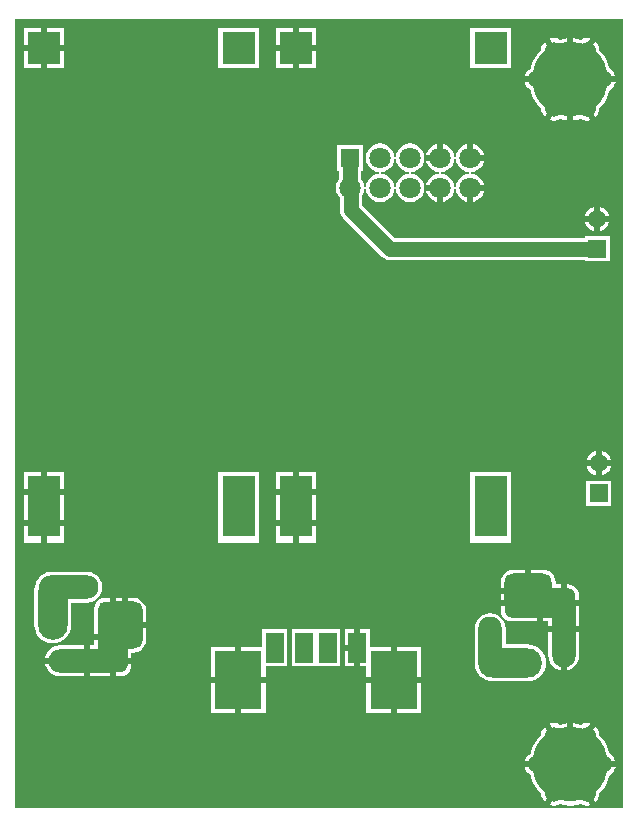
<source format=gbl>
%FSAX25Y25*%
%MOIN*%
G70*
G01*
G75*
G04 Layer_Physical_Order=2*
G04 Layer_Color=16711680*
%ADD10R,0.07480X0.08071*%
%ADD11R,0.05118X0.04331*%
%ADD12R,0.12402X0.08858*%
%ADD13C,0.10000*%
%ADD14C,0.05000*%
%ADD15R,0.11024X0.11024*%
G04:AMPARAMS|DCode=16|XSize=236.22mil|YSize=98.43mil|CornerRadius=24.61mil|HoleSize=0mil|Usage=FLASHONLY|Rotation=270.000|XOffset=0mil|YOffset=0mil|HoleType=Round|Shape=RoundedRectangle|*
%AMROUNDEDRECTD16*
21,1,0.23622,0.04921,0,0,270.0*
21,1,0.18701,0.09843,0,0,270.0*
1,1,0.04921,-0.02461,-0.09350*
1,1,0.04921,-0.02461,0.09350*
1,1,0.04921,0.02461,0.09350*
1,1,0.04921,0.02461,-0.09350*
%
%ADD16ROUNDEDRECTD16*%
%ADD17O,0.09843X0.21260*%
%ADD18O,0.19685X0.07874*%
G04:AMPARAMS|DCode=19|XSize=157.48mil|YSize=118.11mil|CornerRadius=29.53mil|HoleSize=0mil|Usage=FLASHONLY|Rotation=270.000|XOffset=0mil|YOffset=0mil|HoleType=Round|Shape=RoundedRectangle|*
%AMROUNDEDRECTD19*
21,1,0.15748,0.05906,0,0,270.0*
21,1,0.09843,0.11811,0,0,270.0*
1,1,0.05906,-0.02953,-0.04921*
1,1,0.05906,-0.02953,0.04921*
1,1,0.05906,0.02953,0.04921*
1,1,0.05906,0.02953,-0.04921*
%
%ADD19ROUNDEDRECTD19*%
%ADD20O,0.25590X0.07874*%
G04:AMPARAMS|DCode=21|XSize=236.22mil|YSize=98.43mil|CornerRadius=24.61mil|HoleSize=0mil|Usage=FLASHONLY|Rotation=0.000|XOffset=0mil|YOffset=0mil|HoleType=Round|Shape=RoundedRectangle|*
%AMROUNDEDRECTD21*
21,1,0.23622,0.04921,0,0,0.0*
21,1,0.18701,0.09843,0,0,0.0*
1,1,0.04921,0.09350,-0.02461*
1,1,0.04921,-0.09350,-0.02461*
1,1,0.04921,-0.09350,0.02461*
1,1,0.04921,0.09350,0.02461*
%
%ADD21ROUNDEDRECTD21*%
%ADD22O,0.21260X0.09843*%
%ADD23O,0.07874X0.19685*%
G04:AMPARAMS|DCode=24|XSize=157.48mil|YSize=118.11mil|CornerRadius=29.53mil|HoleSize=0mil|Usage=FLASHONLY|Rotation=0.000|XOffset=0mil|YOffset=0mil|HoleType=Round|Shape=RoundedRectangle|*
%AMROUNDEDRECTD24*
21,1,0.15748,0.05906,0,0,0.0*
21,1,0.09843,0.11811,0,0,0.0*
1,1,0.05906,0.04921,-0.02953*
1,1,0.05906,-0.04921,-0.02953*
1,1,0.05906,-0.04921,0.02953*
1,1,0.05906,0.04921,0.02953*
%
%ADD24ROUNDEDRECTD24*%
%ADD25O,0.07874X0.25590*%
%ADD26R,0.15748X0.19685*%
%ADD27R,0.05906X0.09843*%
%ADD28C,0.06000*%
%ADD29C,0.25000*%
%ADD30R,0.05906X0.05906*%
%ADD31C,0.05906*%
%ADD32R,0.06394X0.06394*%
%ADD33C,0.07087*%
G36*
X0690500Y0222500D02*
X0488000D01*
Y0485500D01*
X0690500D01*
Y0222500D01*
D02*
G37*
%LPC*%
G36*
X0669811Y0290000D02*
X0663937D01*
Y0284847D01*
X0665630D01*
Y0283339D01*
X0669811D01*
Y0290000D01*
D02*
G37*
G36*
X0519500Y0292606D02*
X0518039D01*
X0517084Y0292480D01*
X0516193Y0292111D01*
X0515429Y0291524D01*
X0514842Y0290759D01*
X0514473Y0289869D01*
X0514347Y0288913D01*
Y0280563D01*
X0519500D01*
Y0292606D01*
D02*
G37*
G36*
X0527390Y0292610D02*
X0525437D01*
Y0284500D01*
X0531578D01*
Y0288421D01*
X0531436Y0289505D01*
X0531017Y0290515D01*
X0530351Y0291383D01*
X0529484Y0292049D01*
X0528474Y0292467D01*
X0527390Y0292610D01*
D02*
G37*
G36*
X0675992Y0290000D02*
X0671811D01*
Y0283339D01*
X0675992D01*
Y0290000D01*
D02*
G37*
G36*
X0523437Y0292610D02*
X0521500D01*
Y0279563D01*
Y0272689D01*
X0526653D01*
Y0274390D01*
X0527390D01*
X0528474Y0274533D01*
X0529484Y0274951D01*
X0530351Y0275617D01*
X0531017Y0276484D01*
X0531436Y0277495D01*
X0531578Y0278579D01*
Y0282500D01*
X0524437D01*
Y0283500D01*
X0523437D01*
Y0292610D01*
D02*
G37*
G36*
X0519500Y0278563D02*
X0514347D01*
Y0276870D01*
X0512839D01*
Y0272689D01*
X0519500D01*
Y0278563D01*
D02*
G37*
G36*
X0511839Y0301280D02*
X0500028D01*
X0498687Y0301103D01*
X0497437Y0300586D01*
X0496364Y0299762D01*
X0495904Y0299163D01*
X0495386Y0298531D01*
X0494817Y0297468D01*
X0494467Y0296314D01*
X0494349Y0295114D01*
Y0283697D01*
X0494467Y0282497D01*
X0494817Y0281343D01*
X0495386Y0280280D01*
X0496151Y0279347D01*
X0497083Y0278583D01*
X0498146Y0278014D01*
X0499300Y0277664D01*
X0500500Y0277546D01*
X0501700Y0277664D01*
X0502854Y0278014D01*
X0503917Y0278583D01*
X0504849Y0279347D01*
X0505614Y0280280D01*
X0506183Y0281343D01*
X0506533Y0282497D01*
X0506651Y0283697D01*
Y0290917D01*
X0511839D01*
X0513180Y0291094D01*
X0514429Y0291611D01*
X0515502Y0292435D01*
X0516326Y0293508D01*
X0516843Y0294757D01*
X0517020Y0296098D01*
X0516843Y0297439D01*
X0516326Y0298689D01*
X0515502Y0299762D01*
X0514429Y0300586D01*
X0513180Y0301103D01*
X0511839Y0301280D01*
D02*
G37*
G36*
X0601059Y0282121D02*
X0597906D01*
Y0277000D01*
X0601059D01*
Y0282121D01*
D02*
G37*
G36*
X0661937Y0290000D02*
X0649894D01*
Y0288539D01*
X0650020Y0287584D01*
X0650389Y0286693D01*
X0650976Y0285929D01*
X0651741Y0285342D01*
X0652631Y0284973D01*
X0653587Y0284847D01*
X0661937D01*
Y0290000D01*
D02*
G37*
G36*
X0569172Y0334680D02*
X0555749D01*
Y0321257D01*
Y0311020D01*
X0569172D01*
Y0321257D01*
Y0334680D01*
D02*
G37*
G36*
X0504212Y0316732D02*
X0498500D01*
Y0311020D01*
X0504212D01*
Y0316732D01*
D02*
G37*
G36*
X0588212D02*
X0582500D01*
Y0311020D01*
X0588212D01*
Y0316732D01*
D02*
G37*
G36*
X0580500D02*
X0574788D01*
Y0311020D01*
X0580500D01*
Y0316732D01*
D02*
G37*
G36*
X0672287Y0297153D02*
X0671811D01*
Y0292000D01*
X0675980D01*
Y0293461D01*
X0675854Y0294416D01*
X0675485Y0295307D01*
X0674898Y0296071D01*
X0674133Y0296658D01*
X0673243Y0297027D01*
X0672287Y0297153D01*
D02*
G37*
G36*
X0663921Y0302078D02*
X0660000D01*
Y0294937D01*
X0659000D01*
Y0293937D01*
X0649890D01*
Y0292000D01*
X0669811D01*
Y0297153D01*
X0668110D01*
Y0297890D01*
X0667967Y0298974D01*
X0667549Y0299984D01*
X0666883Y0300851D01*
X0666015Y0301517D01*
X0665005Y0301936D01*
X0663921Y0302078D01*
D02*
G37*
G36*
X0496500Y0316732D02*
X0490788D01*
Y0311020D01*
X0496500D01*
Y0316732D01*
D02*
G37*
G36*
X0658000Y0302078D02*
X0654079D01*
X0652995Y0301936D01*
X0651985Y0301517D01*
X0651117Y0300851D01*
X0650451Y0299984D01*
X0650033Y0298974D01*
X0649890Y0297890D01*
Y0295937D01*
X0658000D01*
Y0302078D01*
D02*
G37*
G36*
X0510839Y0276870D02*
X0502980D01*
X0501639Y0276694D01*
X0500390Y0276176D01*
X0499317Y0275353D01*
X0498493Y0274280D01*
X0497975Y0273030D01*
X0497931Y0272689D01*
X0510839D01*
Y0276870D01*
D02*
G37*
G36*
X0646402Y0287520D02*
X0645060Y0287343D01*
X0643811Y0286826D01*
X0642738Y0286002D01*
X0641914Y0284929D01*
X0641397Y0283680D01*
X0641220Y0282339D01*
Y0270528D01*
X0641397Y0269186D01*
X0641914Y0267937D01*
X0642738Y0266864D01*
X0643337Y0266404D01*
X0643969Y0265886D01*
X0645032Y0265317D01*
X0646186Y0264967D01*
X0647386Y0264849D01*
X0658803D01*
X0660003Y0264967D01*
X0661157Y0265317D01*
X0662220Y0265886D01*
X0663153Y0266651D01*
X0663917Y0267583D01*
X0664486Y0268646D01*
X0664836Y0269800D01*
X0664954Y0271000D01*
X0664836Y0272200D01*
X0664486Y0273354D01*
X0663917Y0274417D01*
X0663153Y0275349D01*
X0662220Y0276114D01*
X0661157Y0276683D01*
X0660003Y0277033D01*
X0658803Y0277151D01*
X0651583D01*
Y0282339D01*
X0651406Y0283680D01*
X0650889Y0284929D01*
X0650065Y0286002D01*
X0648992Y0286826D01*
X0647743Y0287343D01*
X0646402Y0287520D01*
D02*
G37*
G36*
X0623220Y0264370D02*
X0615146D01*
Y0254328D01*
X0623220D01*
Y0264370D01*
D02*
G37*
G36*
X0578653Y0282121D02*
X0570347D01*
Y0276413D01*
X0563413D01*
Y0266370D01*
X0571487D01*
Y0269879D01*
X0578653D01*
Y0282121D01*
D02*
G37*
G36*
X0561413Y0276413D02*
X0553339D01*
Y0266370D01*
X0561413D01*
Y0276413D01*
D02*
G37*
G36*
Y0264370D02*
X0553339D01*
Y0254328D01*
X0561413D01*
Y0264370D01*
D02*
G37*
G36*
X0678500Y0250916D02*
X0677404Y0250772D01*
X0676508Y0250401D01*
X0675150Y0250727D01*
X0674000Y0250817D01*
Y0237154D01*
X0672000D01*
Y0250817D01*
X0670850Y0250727D01*
X0669492Y0250401D01*
X0668596Y0250772D01*
X0667500Y0250916D01*
X0666404Y0250772D01*
X0666314Y0250734D01*
X0668366Y0247180D01*
X0666634Y0246180D01*
X0664582Y0249734D01*
X0664504Y0249675D01*
X0663831Y0248798D01*
X0663408Y0247776D01*
X0663290Y0246877D01*
X0663283Y0246871D01*
X0661882Y0245231D01*
X0660755Y0243392D01*
X0659930Y0241400D01*
X0659771Y0240737D01*
X0659004Y0240149D01*
X0658331Y0239272D01*
X0657908Y0238250D01*
X0657895Y0238154D01*
X0662000D01*
Y0236154D01*
X0657895D01*
X0657908Y0236057D01*
X0658331Y0235035D01*
X0659004Y0234158D01*
X0659771Y0233570D01*
X0659930Y0232907D01*
X0660755Y0230915D01*
X0661882Y0229076D01*
X0663283Y0227436D01*
X0663290Y0227430D01*
X0663408Y0226531D01*
X0663831Y0225509D01*
X0664504Y0224632D01*
X0664582Y0224572D01*
X0666634Y0228127D01*
X0668366Y0227127D01*
X0666314Y0223572D01*
X0666404Y0223535D01*
X0667500Y0223391D01*
X0668596Y0223535D01*
X0669492Y0223906D01*
X0670850Y0223580D01*
X0673000Y0223411D01*
X0675150Y0223580D01*
X0676508Y0223906D01*
X0677404Y0223535D01*
X0678500Y0223391D01*
X0679596Y0223535D01*
X0679686Y0223572D01*
X0677634Y0227127D01*
X0679366Y0228127D01*
X0681418Y0224572D01*
X0681496Y0224632D01*
X0682169Y0225509D01*
X0682592Y0226531D01*
X0682710Y0227430D01*
X0682717Y0227436D01*
X0684118Y0229076D01*
X0685245Y0230915D01*
X0686070Y0232907D01*
X0686229Y0233570D01*
X0686996Y0234158D01*
X0687669Y0235035D01*
X0688092Y0236057D01*
X0688105Y0236154D01*
X0684000D01*
Y0238154D01*
X0688105D01*
X0688092Y0238250D01*
X0687669Y0239272D01*
X0686996Y0240149D01*
X0686229Y0240737D01*
X0686070Y0241400D01*
X0685245Y0243392D01*
X0684118Y0245231D01*
X0682717Y0246871D01*
X0682710Y0246877D01*
X0682592Y0247776D01*
X0682169Y0248798D01*
X0681496Y0249675D01*
X0681418Y0249734D01*
X0679366Y0246180D01*
X0677634Y0247180D01*
X0679686Y0250734D01*
X0679596Y0250772D01*
X0678500Y0250916D01*
D02*
G37*
G36*
X0613146Y0264370D02*
X0605072D01*
Y0254328D01*
X0613146D01*
Y0264370D01*
D02*
G37*
G36*
X0571487D02*
X0563413D01*
Y0254328D01*
X0571487D01*
Y0264370D01*
D02*
G37*
G36*
X0606212Y0282121D02*
X0603059D01*
Y0276000D01*
Y0269879D01*
X0605072D01*
Y0266370D01*
X0613146D01*
Y0276413D01*
X0606212D01*
Y0282121D01*
D02*
G37*
G36*
X0675992Y0281339D02*
X0671811D01*
Y0268431D01*
X0672152Y0268476D01*
X0673402Y0268993D01*
X0674475Y0269817D01*
X0675298Y0270890D01*
X0675816Y0272139D01*
X0675992Y0273480D01*
Y0281339D01*
D02*
G37*
G36*
X0669811D02*
X0665630D01*
Y0273480D01*
X0665806Y0272139D01*
X0666324Y0270890D01*
X0667147Y0269817D01*
X0668220Y0268993D01*
X0669470Y0268476D01*
X0669811Y0268431D01*
Y0281339D01*
D02*
G37*
G36*
X0601059Y0275000D02*
X0597906D01*
Y0269879D01*
X0601059D01*
Y0275000D01*
D02*
G37*
G36*
X0596369Y0282121D02*
X0580190D01*
Y0269879D01*
X0596369D01*
Y0282121D01*
D02*
G37*
G36*
X0510839Y0270689D02*
X0497931D01*
X0497975Y0270348D01*
X0498493Y0269098D01*
X0499317Y0268025D01*
X0500390Y0267202D01*
X0501639Y0266684D01*
X0502980Y0266508D01*
X0510839D01*
Y0270689D01*
D02*
G37*
G36*
X0623220Y0276413D02*
X0615146D01*
Y0266370D01*
X0623220D01*
Y0276413D01*
D02*
G37*
G36*
X0526653Y0270689D02*
X0521500D01*
Y0266520D01*
X0522961D01*
X0523916Y0266646D01*
X0524807Y0267015D01*
X0525571Y0267602D01*
X0526158Y0268367D01*
X0526527Y0269257D01*
X0526653Y0270213D01*
Y0270689D01*
D02*
G37*
G36*
X0519500D02*
X0512839D01*
Y0266508D01*
X0519500D01*
Y0270689D01*
D02*
G37*
G36*
X0496500Y0475000D02*
X0490788D01*
Y0469288D01*
X0496500D01*
Y0475000D01*
D02*
G37*
G36*
X0640638Y0443979D02*
Y0440327D01*
X0644290D01*
X0644259Y0440565D01*
X0643781Y0441719D01*
X0643021Y0442710D01*
X0642030Y0443470D01*
X0640876Y0443948D01*
X0640638Y0443979D01*
D02*
G37*
G36*
X0569172Y0482712D02*
X0555749D01*
Y0469288D01*
X0569172D01*
Y0482712D01*
D02*
G37*
G36*
X0504212Y0475000D02*
X0498500D01*
Y0469288D01*
X0504212D01*
Y0475000D01*
D02*
G37*
G36*
X0619638Y0444111D02*
X0618399Y0443948D01*
X0617246Y0443470D01*
X0616255Y0442710D01*
X0615494Y0441719D01*
X0615017Y0440565D01*
X0614890Y0439603D01*
X0614386D01*
X0614259Y0440565D01*
X0613781Y0441719D01*
X0613021Y0442710D01*
X0612030Y0443470D01*
X0610876Y0443948D01*
X0609638Y0444111D01*
X0608399Y0443948D01*
X0607246Y0443470D01*
X0606255Y0442710D01*
X0605494Y0441719D01*
X0605017Y0440565D01*
X0604853Y0439327D01*
X0605017Y0438089D01*
X0605494Y0436935D01*
X0606255Y0435944D01*
X0607246Y0435183D01*
X0608399Y0434706D01*
X0609361Y0434579D01*
Y0434075D01*
X0608399Y0433948D01*
X0607246Y0433470D01*
X0606255Y0432710D01*
X0605494Y0431719D01*
X0605017Y0430565D01*
X0604890Y0429603D01*
X0604386D01*
X0604259Y0430565D01*
X0603781Y0431719D01*
X0603370Y0432255D01*
Y0434930D01*
X0604035D01*
Y0443724D01*
X0595241D01*
Y0434930D01*
X0595906D01*
Y0432255D01*
X0595494Y0431719D01*
X0595016Y0430565D01*
X0594853Y0429327D01*
X0595016Y0428089D01*
X0595494Y0426935D01*
X0596255Y0425944D01*
X0596268Y0425934D01*
Y0422000D01*
X0596395Y0421034D01*
X0596550Y0420661D01*
X0596768Y0420134D01*
X0597361Y0419361D01*
X0610361Y0406361D01*
X0611134Y0405768D01*
X0612034Y0405395D01*
X0613000Y0405268D01*
X0677847D01*
Y0404847D01*
X0686153D01*
Y0413153D01*
X0677847D01*
Y0412732D01*
X0614546D01*
X0603732Y0423546D01*
Y0426871D01*
X0603781Y0426935D01*
X0604259Y0428089D01*
X0604386Y0429050D01*
X0604890D01*
X0605017Y0428089D01*
X0605494Y0426935D01*
X0606255Y0425944D01*
X0607246Y0425183D01*
X0608399Y0424706D01*
X0609638Y0424543D01*
X0610876Y0424706D01*
X0612030Y0425183D01*
X0613021Y0425944D01*
X0613781Y0426935D01*
X0614259Y0428089D01*
X0614386Y0429050D01*
X0614890D01*
X0615017Y0428089D01*
X0615494Y0426935D01*
X0616255Y0425944D01*
X0617246Y0425183D01*
X0618399Y0424706D01*
X0619638Y0424543D01*
X0620876Y0424706D01*
X0622030Y0425183D01*
X0623021Y0425944D01*
X0623781Y0426935D01*
X0624259Y0428089D01*
X0624385Y0429050D01*
X0624386D01*
X0624422Y0429327D01*
X0624386Y0429603D01*
X0624385D01*
X0624259Y0430565D01*
X0623781Y0431719D01*
X0623021Y0432710D01*
X0622030Y0433470D01*
X0620876Y0433948D01*
X0619914Y0434075D01*
Y0434579D01*
X0620876Y0434706D01*
X0622030Y0435183D01*
X0623021Y0435944D01*
X0623781Y0436935D01*
X0624259Y0438089D01*
X0624385Y0439050D01*
X0624386D01*
X0624422Y0439327D01*
X0624386Y0439603D01*
X0624385D01*
X0624259Y0440565D01*
X0623781Y0441719D01*
X0623021Y0442710D01*
X0622030Y0443470D01*
X0620876Y0443948D01*
X0619638Y0444111D01*
D02*
G37*
G36*
X0644290Y0428327D02*
X0640638D01*
Y0424674D01*
X0640876Y0424706D01*
X0642030Y0425183D01*
X0643021Y0425944D01*
X0643781Y0426935D01*
X0644259Y0428089D01*
X0644290Y0428327D01*
D02*
G37*
G36*
X0628638Y0443979D02*
X0628399Y0443948D01*
X0627246Y0443470D01*
X0626255Y0442710D01*
X0625494Y0441719D01*
X0625016Y0440565D01*
X0624985Y0440327D01*
X0628638D01*
Y0443979D01*
D02*
G37*
G36*
X0638638D02*
X0638399Y0443948D01*
X0637246Y0443470D01*
X0636255Y0442710D01*
X0635494Y0441719D01*
X0635016Y0440565D01*
X0634890Y0439603D01*
X0634385D01*
X0634259Y0440565D01*
X0633781Y0441719D01*
X0633021Y0442710D01*
X0632030Y0443470D01*
X0630876Y0443948D01*
X0630638Y0443979D01*
Y0439327D01*
X0629638D01*
Y0438327D01*
X0624985D01*
X0625016Y0438089D01*
X0625494Y0436935D01*
X0626255Y0435944D01*
X0627246Y0435183D01*
X0628399Y0434706D01*
X0629361Y0434579D01*
Y0434075D01*
X0628399Y0433948D01*
X0627246Y0433470D01*
X0626255Y0432710D01*
X0625494Y0431719D01*
X0625016Y0430565D01*
X0624985Y0430327D01*
X0629638D01*
Y0429327D01*
X0630638D01*
Y0424674D01*
X0630876Y0424706D01*
X0632030Y0425183D01*
X0633021Y0425944D01*
X0633781Y0426935D01*
X0634259Y0428089D01*
X0634385Y0429050D01*
X0634890D01*
X0635016Y0428089D01*
X0635494Y0426935D01*
X0636255Y0425944D01*
X0637246Y0425183D01*
X0638399Y0424706D01*
X0638638Y0424674D01*
Y0429327D01*
X0639638D01*
Y0430327D01*
X0644290D01*
X0644259Y0430565D01*
X0643781Y0431719D01*
X0643021Y0432710D01*
X0642030Y0433470D01*
X0640876Y0433948D01*
X0639914Y0434075D01*
Y0434579D01*
X0640876Y0434706D01*
X0642030Y0435183D01*
X0643021Y0435944D01*
X0643781Y0436935D01*
X0644259Y0438089D01*
X0644290Y0438327D01*
X0639638D01*
Y0439327D01*
X0638638D01*
Y0443979D01*
D02*
G37*
G36*
X0580500Y0475000D02*
X0574788D01*
Y0469288D01*
X0580500D01*
Y0475000D01*
D02*
G37*
G36*
Y0482712D02*
X0574788D01*
Y0477000D01*
X0580500D01*
Y0482712D01*
D02*
G37*
G36*
X0504212D02*
X0498500D01*
Y0477000D01*
X0504212D01*
Y0482712D01*
D02*
G37*
G36*
X0678500Y0479262D02*
X0677404Y0479118D01*
X0676508Y0478747D01*
X0675150Y0479073D01*
X0674000Y0479164D01*
Y0465500D01*
Y0451836D01*
X0675150Y0451927D01*
X0676508Y0452253D01*
X0677404Y0451882D01*
X0678500Y0451737D01*
X0679596Y0451882D01*
X0679686Y0451919D01*
X0677634Y0455474D01*
X0679366Y0456474D01*
X0681418Y0452919D01*
X0681496Y0452978D01*
X0682169Y0453856D01*
X0682592Y0454877D01*
X0682710Y0455777D01*
X0682717Y0455783D01*
X0684118Y0457422D01*
X0685245Y0459261D01*
X0686070Y0461253D01*
X0686229Y0461916D01*
X0686996Y0462504D01*
X0687669Y0463382D01*
X0688092Y0464404D01*
X0688105Y0464500D01*
X0684000D01*
Y0466500D01*
X0688105D01*
X0688092Y0466596D01*
X0687669Y0467618D01*
X0686996Y0468496D01*
X0686229Y0469084D01*
X0686070Y0469747D01*
X0685245Y0471739D01*
X0684118Y0473578D01*
X0682717Y0475217D01*
X0682710Y0475223D01*
X0682592Y0476123D01*
X0682169Y0477144D01*
X0681496Y0478022D01*
X0681418Y0478081D01*
X0679366Y0474526D01*
X0677634Y0475526D01*
X0679686Y0479081D01*
X0679596Y0479118D01*
X0678500Y0479262D01*
D02*
G37*
G36*
X0588212Y0482712D02*
X0582500D01*
Y0477000D01*
X0588212D01*
Y0482712D01*
D02*
G37*
G36*
X0653172D02*
X0639749D01*
Y0469288D01*
X0653172D01*
Y0482712D01*
D02*
G37*
G36*
X0588212Y0475000D02*
X0582500D01*
Y0469288D01*
X0588212D01*
Y0475000D01*
D02*
G37*
G36*
X0496500Y0482712D02*
X0490788D01*
Y0477000D01*
X0496500D01*
Y0482712D01*
D02*
G37*
G36*
X0667500Y0479262D02*
X0666404Y0479118D01*
X0666314Y0479081D01*
X0668366Y0475526D01*
X0666634Y0474526D01*
X0664582Y0478081D01*
X0664504Y0478022D01*
X0663831Y0477144D01*
X0663408Y0476123D01*
X0663290Y0475223D01*
X0663283Y0475217D01*
X0661882Y0473578D01*
X0660755Y0471739D01*
X0659930Y0469747D01*
X0659771Y0469084D01*
X0659004Y0468496D01*
X0658331Y0467618D01*
X0657908Y0466596D01*
X0657895Y0466500D01*
X0662000D01*
Y0464500D01*
X0657895D01*
X0657908Y0464404D01*
X0658331Y0463382D01*
X0659004Y0462504D01*
X0659771Y0461916D01*
X0659930Y0461253D01*
X0660755Y0459261D01*
X0661882Y0457422D01*
X0663283Y0455783D01*
X0663290Y0455777D01*
X0663408Y0454877D01*
X0663831Y0453856D01*
X0664504Y0452978D01*
X0664582Y0452919D01*
X0666634Y0456474D01*
X0668366Y0455474D01*
X0666314Y0451919D01*
X0666404Y0451882D01*
X0667500Y0451737D01*
X0668596Y0451882D01*
X0669492Y0452253D01*
X0670850Y0451927D01*
X0672000Y0451836D01*
Y0465500D01*
Y0479164D01*
X0670850Y0479073D01*
X0669492Y0478747D01*
X0668596Y0479118D01*
X0667500Y0479262D01*
D02*
G37*
G36*
X0580500Y0334680D02*
X0574788D01*
Y0328969D01*
X0580500D01*
Y0334680D01*
D02*
G37*
G36*
X0504212D02*
X0498500D01*
Y0328969D01*
X0504212D01*
Y0334680D01*
D02*
G37*
G36*
X0681500Y0336500D02*
X0678443D01*
X0678454Y0336416D01*
X0678873Y0335406D01*
X0679538Y0334538D01*
X0680406Y0333873D01*
X0681416Y0333454D01*
X0681500Y0333443D01*
Y0336500D01*
D02*
G37*
G36*
X0588212Y0334680D02*
X0582500D01*
Y0328969D01*
X0588212D01*
Y0334680D01*
D02*
G37*
G36*
X0496500D02*
X0490788D01*
Y0328969D01*
X0496500D01*
Y0334680D01*
D02*
G37*
G36*
X0504212Y0326969D02*
X0490788D01*
Y0321257D01*
Y0318732D01*
X0504212D01*
Y0321257D01*
Y0326969D01*
D02*
G37*
G36*
X0653172Y0334680D02*
X0639749D01*
Y0321257D01*
Y0311020D01*
X0653172D01*
Y0321257D01*
Y0334680D01*
D02*
G37*
G36*
X0686653Y0331653D02*
X0678347D01*
Y0323347D01*
X0686653D01*
Y0331653D01*
D02*
G37*
G36*
X0588212Y0326969D02*
X0574788D01*
Y0321257D01*
Y0318732D01*
X0588212D01*
Y0321257D01*
Y0326969D01*
D02*
G37*
G36*
X0686557Y0336500D02*
X0683500D01*
Y0333443D01*
X0683584Y0333454D01*
X0684594Y0333873D01*
X0685462Y0334538D01*
X0686127Y0335406D01*
X0686546Y0336416D01*
X0686557Y0336500D01*
D02*
G37*
G36*
X0681000Y0423057D02*
X0680916Y0423046D01*
X0679906Y0422627D01*
X0679038Y0421962D01*
X0678373Y0421094D01*
X0677954Y0420084D01*
X0677943Y0420000D01*
X0681000D01*
Y0423057D01*
D02*
G37*
G36*
X0683000D02*
Y0420000D01*
X0686057D01*
X0686046Y0420084D01*
X0685627Y0421094D01*
X0684962Y0421962D01*
X0684094Y0422627D01*
X0683084Y0423046D01*
X0683000Y0423057D01*
D02*
G37*
G36*
X0628638Y0428327D02*
X0624985D01*
X0625016Y0428089D01*
X0625494Y0426935D01*
X0626255Y0425944D01*
X0627246Y0425183D01*
X0628399Y0424706D01*
X0628638Y0424674D01*
Y0428327D01*
D02*
G37*
G36*
X0686057Y0418000D02*
X0683000D01*
Y0414943D01*
X0683084Y0414954D01*
X0684094Y0415373D01*
X0684962Y0416038D01*
X0685627Y0416906D01*
X0686046Y0417916D01*
X0686057Y0418000D01*
D02*
G37*
G36*
X0681500Y0341557D02*
X0681416Y0341546D01*
X0680406Y0341127D01*
X0679538Y0340462D01*
X0678873Y0339594D01*
X0678454Y0338584D01*
X0678443Y0338500D01*
X0681500D01*
Y0341557D01*
D02*
G37*
G36*
X0683500D02*
Y0338500D01*
X0686557D01*
X0686546Y0338584D01*
X0686127Y0339594D01*
X0685462Y0340462D01*
X0684594Y0341127D01*
X0683584Y0341546D01*
X0683500Y0341557D01*
D02*
G37*
G36*
X0681000Y0418000D02*
X0677943D01*
X0677954Y0417916D01*
X0678373Y0416906D01*
X0679038Y0416038D01*
X0679906Y0415373D01*
X0680916Y0414954D01*
X0681000Y0414943D01*
Y0418000D01*
D02*
G37*
%LPD*%
G36*
X0615017Y0438089D02*
X0615494Y0436935D01*
X0616255Y0435944D01*
X0617246Y0435183D01*
X0618399Y0434706D01*
X0619361Y0434579D01*
Y0434075D01*
X0618399Y0433948D01*
X0617246Y0433470D01*
X0616255Y0432710D01*
X0615494Y0431719D01*
X0615017Y0430565D01*
X0614890Y0429603D01*
X0614386D01*
X0614259Y0430565D01*
X0613781Y0431719D01*
X0613021Y0432710D01*
X0612030Y0433470D01*
X0610876Y0433948D01*
X0609914Y0434075D01*
Y0434579D01*
X0610876Y0434706D01*
X0612030Y0435183D01*
X0613021Y0435944D01*
X0613781Y0436935D01*
X0614259Y0438089D01*
X0614386Y0439050D01*
X0614890D01*
X0615017Y0438089D01*
D02*
G37*
G36*
X0635016D02*
X0635494Y0436935D01*
X0636255Y0435944D01*
X0637246Y0435183D01*
X0638399Y0434706D01*
X0639361Y0434579D01*
Y0434075D01*
X0638399Y0433948D01*
X0637246Y0433470D01*
X0636255Y0432710D01*
X0635494Y0431719D01*
X0635016Y0430565D01*
X0634890Y0429603D01*
X0634385D01*
X0634259Y0430565D01*
X0633781Y0431719D01*
X0633021Y0432710D01*
X0632030Y0433470D01*
X0630876Y0433948D01*
X0629914Y0434075D01*
Y0434579D01*
X0630876Y0434706D01*
X0632030Y0435183D01*
X0633021Y0435944D01*
X0633781Y0436935D01*
X0634259Y0438089D01*
X0634385Y0439050D01*
X0634890D01*
X0635016Y0438089D01*
D02*
G37*
D14*
X0599638Y0429327D02*
Y0439327D01*
Y0429327D02*
X0600000Y0428965D01*
Y0422000D02*
Y0428965D01*
Y0422000D02*
X0613000Y0409000D01*
X0682000D01*
D15*
X0646461Y0318618D02*
D03*
X0581500D02*
D03*
Y0327969D02*
D03*
X0646461D02*
D03*
Y0476000D02*
D03*
X0581500D02*
D03*
X0562461Y0318618D02*
D03*
X0497500D02*
D03*
Y0327969D02*
D03*
X0562461D02*
D03*
Y0476000D02*
D03*
X0497500D02*
D03*
D16*
X0520500Y0279563D02*
D03*
D17*
X0500500Y0289405D02*
D03*
D18*
X0505933Y0296098D02*
D03*
D19*
X0524437Y0283500D02*
D03*
D20*
X0511839Y0271689D02*
D03*
D21*
X0662937Y0291000D02*
D03*
D22*
X0653094Y0271000D02*
D03*
D23*
X0646402Y0276433D02*
D03*
D24*
X0659000Y0294937D02*
D03*
D25*
X0670811Y0282339D02*
D03*
D26*
X0614146Y0265370D02*
D03*
X0562413D02*
D03*
D27*
X0602059Y0276000D02*
D03*
X0592216D02*
D03*
X0584342D02*
D03*
X0574500D02*
D03*
D28*
X0667500Y0475026D02*
D03*
X0678500D02*
D03*
X0684000Y0465500D02*
D03*
X0678500Y0455974D02*
D03*
X0667500D02*
D03*
X0662000Y0465500D02*
D03*
X0667500Y0246680D02*
D03*
X0678500D02*
D03*
X0684000Y0237154D02*
D03*
X0678500Y0227627D02*
D03*
X0667500D02*
D03*
X0662000Y0237154D02*
D03*
D29*
X0673000Y0465500D02*
D03*
Y0237154D02*
D03*
D30*
X0682500Y0327500D02*
D03*
X0682000Y0409000D02*
D03*
D31*
X0682500Y0337500D02*
D03*
X0682000Y0419000D02*
D03*
D32*
X0599638Y0439327D02*
D03*
D33*
X0609638D02*
D03*
X0619638D02*
D03*
X0629638D02*
D03*
X0639638D02*
D03*
Y0429327D02*
D03*
X0629638D02*
D03*
X0619638D02*
D03*
X0609638D02*
D03*
X0599638D02*
D03*
M02*

</source>
